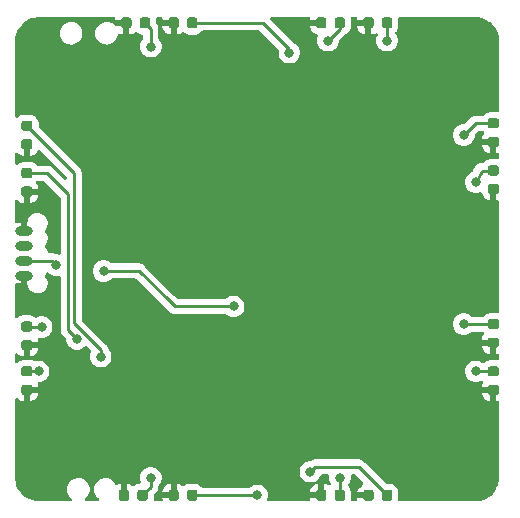
<source format=gbr>
%TF.GenerationSoftware,KiCad,Pcbnew,(5.99.0-2031-g4c5f3cb5b)*%
%TF.CreationDate,2020-06-28T22:12:08-05:00*%
%TF.ProjectId,InfinityMirrorSquare,496e6669-6e69-4747-994d-6972726f7253,rev?*%
%TF.SameCoordinates,Original*%
%TF.FileFunction,Copper,L1,Top*%
%TF.FilePolarity,Positive*%
%FSLAX46Y46*%
G04 Gerber Fmt 4.6, Leading zero omitted, Abs format (unit mm)*
G04 Created by KiCad (PCBNEW (5.99.0-2031-g4c5f3cb5b)) date 2020-06-28 22:12:08*
%MOMM*%
%LPD*%
G01*
G04 APERTURE LIST*
%TA.AperFunction,SMDPad,CuDef*%
%ADD10O,1.500000X0.800000*%
%TD*%
%TA.AperFunction,ViaPad*%
%ADD11C,0.800000*%
%TD*%
%TA.AperFunction,Conductor*%
%ADD12C,0.250000*%
%TD*%
G04 APERTURE END LIST*
D10*
%TO.P,J2,1,Pin_1*%
%TO.N,VSS*%
X89750000Y-53905000D03*
%TO.P,J2,2,Pin_2*%
%TO.N,NRST*%
X89750000Y-52635000D03*
%TO.P,J2,3,Pin_3*%
%TO.N,Net-(J2-Pad3)*%
X89750000Y-51365000D03*
%TO.P,J2,4,Pin_4*%
%TO.N,VSS*%
X89750000Y-50095000D03*
%TD*%
%TO.P,D16,2,A*%
%TO.N,Net-(D16-Pad2)*%
%TA.AperFunction,SMDPad,CuDef*%
G36*
G01*
X129756250Y-62437500D02*
X129243750Y-62437500D01*
G75*
G02*
X129025000Y-62218750I0J218750D01*
G01*
X129025000Y-61781250D01*
G75*
G02*
X129243750Y-61562500I218750J0D01*
G01*
X129756250Y-61562500D01*
G75*
G02*
X129975000Y-61781250I0J-218750D01*
G01*
X129975000Y-62218750D01*
G75*
G02*
X129756250Y-62437500I-218750J0D01*
G01*
G37*
%TD.AperFunction*%
%TO.P,D16,1,K*%
%TO.N,VSS*%
%TA.AperFunction,SMDPad,CuDef*%
G36*
G01*
X129756250Y-64012500D02*
X129243750Y-64012500D01*
G75*
G02*
X129025000Y-63793750I0J218750D01*
G01*
X129025000Y-63356250D01*
G75*
G02*
X129243750Y-63137500I218750J0D01*
G01*
X129756250Y-63137500D01*
G75*
G02*
X129975000Y-63356250I0J-218750D01*
G01*
X129975000Y-63793750D01*
G75*
G02*
X129756250Y-64012500I-218750J0D01*
G01*
G37*
%TD.AperFunction*%
%TD*%
%TO.P,D15,2,A*%
%TO.N,Net-(D15-Pad2)*%
%TA.AperFunction,SMDPad,CuDef*%
G36*
G01*
X129756250Y-45437500D02*
X129243750Y-45437500D01*
G75*
G02*
X129025000Y-45218750I0J218750D01*
G01*
X129025000Y-44781250D01*
G75*
G02*
X129243750Y-44562500I218750J0D01*
G01*
X129756250Y-44562500D01*
G75*
G02*
X129975000Y-44781250I0J-218750D01*
G01*
X129975000Y-45218750D01*
G75*
G02*
X129756250Y-45437500I-218750J0D01*
G01*
G37*
%TD.AperFunction*%
%TO.P,D15,1,K*%
%TO.N,VSS*%
%TA.AperFunction,SMDPad,CuDef*%
G36*
G01*
X129756250Y-47012500D02*
X129243750Y-47012500D01*
G75*
G02*
X129025000Y-46793750I0J218750D01*
G01*
X129025000Y-46356250D01*
G75*
G02*
X129243750Y-46137500I218750J0D01*
G01*
X129756250Y-46137500D01*
G75*
G02*
X129975000Y-46356250I0J-218750D01*
G01*
X129975000Y-46793750D01*
G75*
G02*
X129756250Y-47012500I-218750J0D01*
G01*
G37*
%TD.AperFunction*%
%TD*%
%TO.P,D14,2,A*%
%TO.N,Net-(D14-Pad2)*%
%TA.AperFunction,SMDPad,CuDef*%
G36*
G01*
X129756250Y-58437500D02*
X129243750Y-58437500D01*
G75*
G02*
X129025000Y-58218750I0J218750D01*
G01*
X129025000Y-57781250D01*
G75*
G02*
X129243750Y-57562500I218750J0D01*
G01*
X129756250Y-57562500D01*
G75*
G02*
X129975000Y-57781250I0J-218750D01*
G01*
X129975000Y-58218750D01*
G75*
G02*
X129756250Y-58437500I-218750J0D01*
G01*
G37*
%TD.AperFunction*%
%TO.P,D14,1,K*%
%TO.N,VSS*%
%TA.AperFunction,SMDPad,CuDef*%
G36*
G01*
X129756250Y-60012500D02*
X129243750Y-60012500D01*
G75*
G02*
X129025000Y-59793750I0J218750D01*
G01*
X129025000Y-59356250D01*
G75*
G02*
X129243750Y-59137500I218750J0D01*
G01*
X129756250Y-59137500D01*
G75*
G02*
X129975000Y-59356250I0J-218750D01*
G01*
X129975000Y-59793750D01*
G75*
G02*
X129756250Y-60012500I-218750J0D01*
G01*
G37*
%TD.AperFunction*%
%TD*%
%TO.P,D13,2,A*%
%TO.N,Net-(D13-Pad2)*%
%TA.AperFunction,SMDPad,CuDef*%
G36*
G01*
X129756250Y-41437500D02*
X129243750Y-41437500D01*
G75*
G02*
X129025000Y-41218750I0J218750D01*
G01*
X129025000Y-40781250D01*
G75*
G02*
X129243750Y-40562500I218750J0D01*
G01*
X129756250Y-40562500D01*
G75*
G02*
X129975000Y-40781250I0J-218750D01*
G01*
X129975000Y-41218750D01*
G75*
G02*
X129756250Y-41437500I-218750J0D01*
G01*
G37*
%TD.AperFunction*%
%TO.P,D13,1,K*%
%TO.N,VSS*%
%TA.AperFunction,SMDPad,CuDef*%
G36*
G01*
X129756250Y-43012500D02*
X129243750Y-43012500D01*
G75*
G02*
X129025000Y-42793750I0J218750D01*
G01*
X129025000Y-42356250D01*
G75*
G02*
X129243750Y-42137500I218750J0D01*
G01*
X129756250Y-42137500D01*
G75*
G02*
X129975000Y-42356250I0J-218750D01*
G01*
X129975000Y-42793750D01*
G75*
G02*
X129756250Y-43012500I-218750J0D01*
G01*
G37*
%TD.AperFunction*%
%TD*%
%TO.P,D12,2,A*%
%TO.N,Net-(D12-Pad2)*%
%TA.AperFunction,SMDPad,CuDef*%
G36*
G01*
X99350000Y-72756250D02*
X99350000Y-72243750D01*
G75*
G02*
X99568750Y-72025000I218750J0D01*
G01*
X100006250Y-72025000D01*
G75*
G02*
X100225000Y-72243750I0J-218750D01*
G01*
X100225000Y-72756250D01*
G75*
G02*
X100006250Y-72975000I-218750J0D01*
G01*
X99568750Y-72975000D01*
G75*
G02*
X99350000Y-72756250I0J218750D01*
G01*
G37*
%TD.AperFunction*%
%TO.P,D12,1,K*%
%TO.N,VSS*%
%TA.AperFunction,SMDPad,CuDef*%
G36*
G01*
X97775000Y-72756250D02*
X97775000Y-72243750D01*
G75*
G02*
X97993750Y-72025000I218750J0D01*
G01*
X98431250Y-72025000D01*
G75*
G02*
X98650000Y-72243750I0J-218750D01*
G01*
X98650000Y-72756250D01*
G75*
G02*
X98431250Y-72975000I-218750J0D01*
G01*
X97993750Y-72975000D01*
G75*
G02*
X97775000Y-72756250I0J218750D01*
G01*
G37*
%TD.AperFunction*%
%TD*%
%TO.P,D11,2,A*%
%TO.N,Net-(D11-Pad2)*%
%TA.AperFunction,SMDPad,CuDef*%
G36*
G01*
X116062500Y-72756250D02*
X116062500Y-72243750D01*
G75*
G02*
X116281250Y-72025000I218750J0D01*
G01*
X116718750Y-72025000D01*
G75*
G02*
X116937500Y-72243750I0J-218750D01*
G01*
X116937500Y-72756250D01*
G75*
G02*
X116718750Y-72975000I-218750J0D01*
G01*
X116281250Y-72975000D01*
G75*
G02*
X116062500Y-72756250I0J218750D01*
G01*
G37*
%TD.AperFunction*%
%TO.P,D11,1,K*%
%TO.N,VSS*%
%TA.AperFunction,SMDPad,CuDef*%
G36*
G01*
X114487500Y-72756250D02*
X114487500Y-72243750D01*
G75*
G02*
X114706250Y-72025000I218750J0D01*
G01*
X115143750Y-72025000D01*
G75*
G02*
X115362500Y-72243750I0J-218750D01*
G01*
X115362500Y-72756250D01*
G75*
G02*
X115143750Y-72975000I-218750J0D01*
G01*
X114706250Y-72975000D01*
G75*
G02*
X114487500Y-72756250I0J218750D01*
G01*
G37*
%TD.AperFunction*%
%TD*%
%TO.P,D10,2,A*%
%TO.N,Net-(D10-Pad2)*%
%TA.AperFunction,SMDPad,CuDef*%
G36*
G01*
X103562500Y-72756250D02*
X103562500Y-72243750D01*
G75*
G02*
X103781250Y-72025000I218750J0D01*
G01*
X104218750Y-72025000D01*
G75*
G02*
X104437500Y-72243750I0J-218750D01*
G01*
X104437500Y-72756250D01*
G75*
G02*
X104218750Y-72975000I-218750J0D01*
G01*
X103781250Y-72975000D01*
G75*
G02*
X103562500Y-72756250I0J218750D01*
G01*
G37*
%TD.AperFunction*%
%TO.P,D10,1,K*%
%TO.N,VSS*%
%TA.AperFunction,SMDPad,CuDef*%
G36*
G01*
X101987500Y-72756250D02*
X101987500Y-72243750D01*
G75*
G02*
X102206250Y-72025000I218750J0D01*
G01*
X102643750Y-72025000D01*
G75*
G02*
X102862500Y-72243750I0J-218750D01*
G01*
X102862500Y-72756250D01*
G75*
G02*
X102643750Y-72975000I-218750J0D01*
G01*
X102206250Y-72975000D01*
G75*
G02*
X101987500Y-72756250I0J218750D01*
G01*
G37*
%TD.AperFunction*%
%TD*%
%TO.P,D9,2,A*%
%TO.N,Net-(D9-Pad2)*%
%TA.AperFunction,SMDPad,CuDef*%
G36*
G01*
X120062500Y-72756250D02*
X120062500Y-72243750D01*
G75*
G02*
X120281250Y-72025000I218750J0D01*
G01*
X120718750Y-72025000D01*
G75*
G02*
X120937500Y-72243750I0J-218750D01*
G01*
X120937500Y-72756250D01*
G75*
G02*
X120718750Y-72975000I-218750J0D01*
G01*
X120281250Y-72975000D01*
G75*
G02*
X120062500Y-72756250I0J218750D01*
G01*
G37*
%TD.AperFunction*%
%TO.P,D9,1,K*%
%TO.N,VSS*%
%TA.AperFunction,SMDPad,CuDef*%
G36*
G01*
X118487500Y-72756250D02*
X118487500Y-72243750D01*
G75*
G02*
X118706250Y-72025000I218750J0D01*
G01*
X119143750Y-72025000D01*
G75*
G02*
X119362500Y-72243750I0J-218750D01*
G01*
X119362500Y-72756250D01*
G75*
G02*
X119143750Y-72975000I-218750J0D01*
G01*
X118706250Y-72975000D01*
G75*
G02*
X118487500Y-72756250I0J218750D01*
G01*
G37*
%TD.AperFunction*%
%TD*%
%TO.P,D8,2,A*%
%TO.N,Net-(D8-Pad2)*%
%TA.AperFunction,SMDPad,CuDef*%
G36*
G01*
X90256250Y-58650000D02*
X89743750Y-58650000D01*
G75*
G02*
X89525000Y-58431250I0J218750D01*
G01*
X89525000Y-57993750D01*
G75*
G02*
X89743750Y-57775000I218750J0D01*
G01*
X90256250Y-57775000D01*
G75*
G02*
X90475000Y-57993750I0J-218750D01*
G01*
X90475000Y-58431250D01*
G75*
G02*
X90256250Y-58650000I-218750J0D01*
G01*
G37*
%TD.AperFunction*%
%TO.P,D8,1,K*%
%TO.N,VSS*%
%TA.AperFunction,SMDPad,CuDef*%
G36*
G01*
X90256250Y-60225000D02*
X89743750Y-60225000D01*
G75*
G02*
X89525000Y-60006250I0J218750D01*
G01*
X89525000Y-59568750D01*
G75*
G02*
X89743750Y-59350000I218750J0D01*
G01*
X90256250Y-59350000D01*
G75*
G02*
X90475000Y-59568750I0J-218750D01*
G01*
X90475000Y-60006250D01*
G75*
G02*
X90256250Y-60225000I-218750J0D01*
G01*
G37*
%TD.AperFunction*%
%TD*%
%TO.P,D7,2,A*%
%TO.N,Net-(D7-Pad2)*%
%TA.AperFunction,SMDPad,CuDef*%
G36*
G01*
X90256250Y-45650000D02*
X89743750Y-45650000D01*
G75*
G02*
X89525000Y-45431250I0J218750D01*
G01*
X89525000Y-44993750D01*
G75*
G02*
X89743750Y-44775000I218750J0D01*
G01*
X90256250Y-44775000D01*
G75*
G02*
X90475000Y-44993750I0J-218750D01*
G01*
X90475000Y-45431250D01*
G75*
G02*
X90256250Y-45650000I-218750J0D01*
G01*
G37*
%TD.AperFunction*%
%TO.P,D7,1,K*%
%TO.N,VSS*%
%TA.AperFunction,SMDPad,CuDef*%
G36*
G01*
X90256250Y-47225000D02*
X89743750Y-47225000D01*
G75*
G02*
X89525000Y-47006250I0J218750D01*
G01*
X89525000Y-46568750D01*
G75*
G02*
X89743750Y-46350000I218750J0D01*
G01*
X90256250Y-46350000D01*
G75*
G02*
X90475000Y-46568750I0J-218750D01*
G01*
X90475000Y-47006250D01*
G75*
G02*
X90256250Y-47225000I-218750J0D01*
G01*
G37*
%TD.AperFunction*%
%TD*%
%TO.P,D6,2,A*%
%TO.N,Net-(D6-Pad2)*%
%TA.AperFunction,SMDPad,CuDef*%
G36*
G01*
X90256250Y-62437500D02*
X89743750Y-62437500D01*
G75*
G02*
X89525000Y-62218750I0J218750D01*
G01*
X89525000Y-61781250D01*
G75*
G02*
X89743750Y-61562500I218750J0D01*
G01*
X90256250Y-61562500D01*
G75*
G02*
X90475000Y-61781250I0J-218750D01*
G01*
X90475000Y-62218750D01*
G75*
G02*
X90256250Y-62437500I-218750J0D01*
G01*
G37*
%TD.AperFunction*%
%TO.P,D6,1,K*%
%TO.N,VSS*%
%TA.AperFunction,SMDPad,CuDef*%
G36*
G01*
X90256250Y-64012500D02*
X89743750Y-64012500D01*
G75*
G02*
X89525000Y-63793750I0J218750D01*
G01*
X89525000Y-63356250D01*
G75*
G02*
X89743750Y-63137500I218750J0D01*
G01*
X90256250Y-63137500D01*
G75*
G02*
X90475000Y-63356250I0J-218750D01*
G01*
X90475000Y-63793750D01*
G75*
G02*
X90256250Y-64012500I-218750J0D01*
G01*
G37*
%TD.AperFunction*%
%TD*%
%TO.P,D5,2,A*%
%TO.N,Net-(D5-Pad2)*%
%TA.AperFunction,SMDPad,CuDef*%
G36*
G01*
X90256250Y-41650000D02*
X89743750Y-41650000D01*
G75*
G02*
X89525000Y-41431250I0J218750D01*
G01*
X89525000Y-40993750D01*
G75*
G02*
X89743750Y-40775000I218750J0D01*
G01*
X90256250Y-40775000D01*
G75*
G02*
X90475000Y-40993750I0J-218750D01*
G01*
X90475000Y-41431250D01*
G75*
G02*
X90256250Y-41650000I-218750J0D01*
G01*
G37*
%TD.AperFunction*%
%TO.P,D5,1,K*%
%TO.N,VSS*%
%TA.AperFunction,SMDPad,CuDef*%
G36*
G01*
X90256250Y-43225000D02*
X89743750Y-43225000D01*
G75*
G02*
X89525000Y-43006250I0J218750D01*
G01*
X89525000Y-42568750D01*
G75*
G02*
X89743750Y-42350000I218750J0D01*
G01*
X90256250Y-42350000D01*
G75*
G02*
X90475000Y-42568750I0J-218750D01*
G01*
X90475000Y-43006250D01*
G75*
G02*
X90256250Y-43225000I-218750J0D01*
G01*
G37*
%TD.AperFunction*%
%TD*%
%TO.P,D4,2,A*%
%TO.N,Net-(D4-Pad2)*%
%TA.AperFunction,SMDPad,CuDef*%
G36*
G01*
X120062500Y-32756250D02*
X120062500Y-32243750D01*
G75*
G02*
X120281250Y-32025000I218750J0D01*
G01*
X120718750Y-32025000D01*
G75*
G02*
X120937500Y-32243750I0J-218750D01*
G01*
X120937500Y-32756250D01*
G75*
G02*
X120718750Y-32975000I-218750J0D01*
G01*
X120281250Y-32975000D01*
G75*
G02*
X120062500Y-32756250I0J218750D01*
G01*
G37*
%TD.AperFunction*%
%TO.P,D4,1,K*%
%TO.N,VSS*%
%TA.AperFunction,SMDPad,CuDef*%
G36*
G01*
X118487500Y-32756250D02*
X118487500Y-32243750D01*
G75*
G02*
X118706250Y-32025000I218750J0D01*
G01*
X119143750Y-32025000D01*
G75*
G02*
X119362500Y-32243750I0J-218750D01*
G01*
X119362500Y-32756250D01*
G75*
G02*
X119143750Y-32975000I-218750J0D01*
G01*
X118706250Y-32975000D01*
G75*
G02*
X118487500Y-32756250I0J218750D01*
G01*
G37*
%TD.AperFunction*%
%TD*%
%TO.P,D3,2,A*%
%TO.N,Net-(D3-Pad2)*%
%TA.AperFunction,SMDPad,CuDef*%
G36*
G01*
X103562500Y-32756250D02*
X103562500Y-32243750D01*
G75*
G02*
X103781250Y-32025000I218750J0D01*
G01*
X104218750Y-32025000D01*
G75*
G02*
X104437500Y-32243750I0J-218750D01*
G01*
X104437500Y-32756250D01*
G75*
G02*
X104218750Y-32975000I-218750J0D01*
G01*
X103781250Y-32975000D01*
G75*
G02*
X103562500Y-32756250I0J218750D01*
G01*
G37*
%TD.AperFunction*%
%TO.P,D3,1,K*%
%TO.N,VSS*%
%TA.AperFunction,SMDPad,CuDef*%
G36*
G01*
X101987500Y-32756250D02*
X101987500Y-32243750D01*
G75*
G02*
X102206250Y-32025000I218750J0D01*
G01*
X102643750Y-32025000D01*
G75*
G02*
X102862500Y-32243750I0J-218750D01*
G01*
X102862500Y-32756250D01*
G75*
G02*
X102643750Y-32975000I-218750J0D01*
G01*
X102206250Y-32975000D01*
G75*
G02*
X101987500Y-32756250I0J218750D01*
G01*
G37*
%TD.AperFunction*%
%TD*%
%TO.P,D2,2,A*%
%TO.N,Net-(D2-Pad2)*%
%TA.AperFunction,SMDPad,CuDef*%
G36*
G01*
X116062500Y-32756250D02*
X116062500Y-32243750D01*
G75*
G02*
X116281250Y-32025000I218750J0D01*
G01*
X116718750Y-32025000D01*
G75*
G02*
X116937500Y-32243750I0J-218750D01*
G01*
X116937500Y-32756250D01*
G75*
G02*
X116718750Y-32975000I-218750J0D01*
G01*
X116281250Y-32975000D01*
G75*
G02*
X116062500Y-32756250I0J218750D01*
G01*
G37*
%TD.AperFunction*%
%TO.P,D2,1,K*%
%TO.N,VSS*%
%TA.AperFunction,SMDPad,CuDef*%
G36*
G01*
X114487500Y-32756250D02*
X114487500Y-32243750D01*
G75*
G02*
X114706250Y-32025000I218750J0D01*
G01*
X115143750Y-32025000D01*
G75*
G02*
X115362500Y-32243750I0J-218750D01*
G01*
X115362500Y-32756250D01*
G75*
G02*
X115143750Y-32975000I-218750J0D01*
G01*
X114706250Y-32975000D01*
G75*
G02*
X114487500Y-32756250I0J218750D01*
G01*
G37*
%TD.AperFunction*%
%TD*%
%TO.P,D1,2,A*%
%TO.N,Net-(D1-Pad2)*%
%TA.AperFunction,SMDPad,CuDef*%
G36*
G01*
X99562500Y-32756250D02*
X99562500Y-32243750D01*
G75*
G02*
X99781250Y-32025000I218750J0D01*
G01*
X100218750Y-32025000D01*
G75*
G02*
X100437500Y-32243750I0J-218750D01*
G01*
X100437500Y-32756250D01*
G75*
G02*
X100218750Y-32975000I-218750J0D01*
G01*
X99781250Y-32975000D01*
G75*
G02*
X99562500Y-32756250I0J218750D01*
G01*
G37*
%TD.AperFunction*%
%TO.P,D1,1,K*%
%TO.N,VSS*%
%TA.AperFunction,SMDPad,CuDef*%
G36*
G01*
X97987500Y-32756250D02*
X97987500Y-32243750D01*
G75*
G02*
X98206250Y-32025000I218750J0D01*
G01*
X98643750Y-32025000D01*
G75*
G02*
X98862500Y-32243750I0J-218750D01*
G01*
X98862500Y-32756250D01*
G75*
G02*
X98643750Y-32975000I-218750J0D01*
G01*
X98206250Y-32975000D01*
G75*
G02*
X97987500Y-32756250I0J218750D01*
G01*
G37*
%TD.AperFunction*%
%TD*%
D11*
%TO.N,VSS*%
X93000000Y-38500000D03*
X118000000Y-71500000D03*
X92000000Y-48000000D03*
X96500000Y-49000000D03*
X91000000Y-44000000D03*
%TO.N,NRST*%
X96500000Y-53500000D03*
X92500000Y-53000000D03*
X107500000Y-56500000D03*
%TO.N,Net-(D3-Pad2)*%
X112225000Y-35012653D03*
%TO.N,Net-(D4-Pad2)*%
X120500000Y-34000000D03*
%TO.N,Net-(D2-Pad2)*%
X115500000Y-34000000D03*
%TO.N,Net-(D1-Pad2)*%
X100500000Y-34500000D03*
%TO.N,Net-(D13-Pad2)*%
X127000000Y-42000000D03*
%TO.N,Net-(D14-Pad2)*%
X127000000Y-58000000D03*
%TO.N,Net-(D15-Pad2)*%
X128000000Y-46000000D03*
%TO.N,Net-(D16-Pad2)*%
X128000000Y-62000000D03*
%TO.N,Net-(D9-Pad2)*%
X114000000Y-70500000D03*
%TO.N,Net-(D11-Pad2)*%
X116500000Y-71000000D03*
%TO.N,Net-(D10-Pad2)*%
X109500000Y-72500000D03*
%TO.N,Net-(D12-Pad2)*%
X100500000Y-71000000D03*
%TO.N,Net-(D5-Pad2)*%
X96250000Y-60750000D03*
%TO.N,Net-(D7-Pad2)*%
X94250000Y-59250000D03*
%TO.N,Net-(D6-Pad2)*%
X91000000Y-62000000D03*
%TO.N,Net-(D8-Pad2)*%
X91250000Y-58250000D03*
%TD*%
D12*
%TO.N,NRST*%
X96500000Y-53500000D02*
X99500000Y-53500000D01*
X89750000Y-52635000D02*
X92135000Y-52635000D01*
X92135000Y-52635000D02*
X92500000Y-53000000D01*
X99500000Y-53500000D02*
X102000000Y-56000000D01*
%TO.N,Net-(D7-Pad2)*%
X90000000Y-45212500D02*
X91712500Y-45212500D01*
X91712500Y-45212500D02*
X93500000Y-47000000D01*
X93500000Y-47000000D02*
X93500000Y-58500000D01*
X93500000Y-58500000D02*
X94250000Y-59250000D01*
%TO.N,Net-(D5-Pad2)*%
X90000000Y-41212500D02*
X94000000Y-45212500D01*
X94000000Y-45212500D02*
X94000000Y-57926998D01*
X94000000Y-57926998D02*
X96250000Y-60176998D01*
X96250000Y-60176998D02*
X96250000Y-60750000D01*
%TO.N,NRST*%
X102500000Y-56500000D02*
X102000000Y-56000000D01*
X107500000Y-56500000D02*
X102500000Y-56500000D01*
%TO.N,Net-(D3-Pad2)*%
X112214990Y-35022663D02*
X112214990Y-34714990D01*
X110000000Y-32500000D02*
X104000000Y-32500000D01*
X112214990Y-34714990D02*
X110000000Y-32500000D01*
%TO.N,Net-(D4-Pad2)*%
X120500000Y-34000000D02*
X120500000Y-32500000D01*
%TO.N,Net-(D2-Pad2)*%
X115500000Y-34000000D02*
X116500000Y-33000000D01*
X116500000Y-33000000D02*
X116500000Y-32500000D01*
%TO.N,Net-(D1-Pad2)*%
X100500000Y-33000000D02*
X100000000Y-32500000D01*
X100500000Y-34500000D02*
X100500000Y-33000000D01*
%TO.N,Net-(D13-Pad2)*%
X127000000Y-42000000D02*
X128000000Y-41000000D01*
X128000000Y-41000000D02*
X129500000Y-41000000D01*
%TO.N,Net-(D14-Pad2)*%
X127000000Y-58000000D02*
X129500000Y-58000000D01*
%TO.N,Net-(D15-Pad2)*%
X128000000Y-46000000D02*
X128500000Y-45000000D01*
X128500000Y-45000000D02*
X129500000Y-45000000D01*
%TO.N,Net-(D16-Pad2)*%
X128000000Y-62000000D02*
X129500000Y-62000000D01*
%TO.N,Net-(D9-Pad2)*%
X114000000Y-70500000D02*
X114399999Y-70100001D01*
X118100001Y-70100001D02*
X120500000Y-72500000D01*
X114399999Y-70100001D02*
X118100001Y-70100001D01*
%TO.N,Net-(D11-Pad2)*%
X116500000Y-71000000D02*
X116500000Y-72500000D01*
%TO.N,Net-(D10-Pad2)*%
X109500000Y-72500000D02*
X104000000Y-72500000D01*
%TO.N,Net-(D12-Pad2)*%
X100500000Y-71000000D02*
X100500000Y-71787500D01*
X100500000Y-71787500D02*
X99787500Y-72500000D01*
%TO.N,Net-(D6-Pad2)*%
X90000000Y-62000000D02*
X91000000Y-62000000D01*
%TO.N,Net-(D8-Pad2)*%
X91212500Y-58212500D02*
X91250000Y-58250000D01*
X90000000Y-58212500D02*
X91212500Y-58212500D01*
%TD*%
%TO.N,VSS*%
G36*
X97431204Y-32028002D02*
G01*
X97477697Y-32081658D01*
X97487801Y-32151931D01*
X97474276Y-32246000D01*
X98553000Y-32246000D01*
X98621121Y-32266002D01*
X98667614Y-32319658D01*
X98679000Y-32372000D01*
X98679000Y-33480067D01*
X98679001Y-33480068D01*
X98946505Y-33421875D01*
X99122316Y-33308889D01*
X99129124Y-33302990D01*
X99130049Y-33304057D01*
X99181771Y-33270816D01*
X99252768Y-33270815D01*
X99299783Y-33296487D01*
X99386547Y-33371669D01*
X99576644Y-33458482D01*
X99756933Y-33484404D01*
X99821513Y-33513897D01*
X99859897Y-33573624D01*
X99865001Y-33609123D01*
X99865000Y-33795876D01*
X99828095Y-33884970D01*
X99771824Y-33941241D01*
X99771817Y-33941251D01*
X99652018Y-34148749D01*
X99652015Y-34148755D01*
X99590000Y-34380198D01*
X99590000Y-34619802D01*
X99652015Y-34851245D01*
X99652018Y-34851251D01*
X99771817Y-35058749D01*
X99771824Y-35058759D01*
X99941241Y-35228176D01*
X99941251Y-35228183D01*
X100148749Y-35347982D01*
X100148755Y-35347985D01*
X100380198Y-35410000D01*
X100619802Y-35410000D01*
X100851245Y-35347985D01*
X100851251Y-35347982D01*
X101058749Y-35228183D01*
X101058759Y-35228176D01*
X101228176Y-35058759D01*
X101228183Y-35058749D01*
X101347982Y-34851251D01*
X101347985Y-34851245D01*
X101410000Y-34619802D01*
X101410000Y-34380198D01*
X101347985Y-34148755D01*
X101347982Y-34148749D01*
X101228183Y-33941251D01*
X101228179Y-33941245D01*
X101171905Y-33884972D01*
X101135000Y-33795876D01*
X101135000Y-32944833D01*
X101134999Y-32944809D01*
X101134999Y-32899425D01*
X101122431Y-32860744D01*
X101117815Y-32841519D01*
X101111450Y-32801331D01*
X101092980Y-32765082D01*
X101088390Y-32754000D01*
X101474276Y-32754000D01*
X101540626Y-33059008D01*
X101653610Y-33234815D01*
X101811547Y-33371668D01*
X101811547Y-33371669D01*
X102001644Y-33458483D01*
X102001650Y-33458484D01*
X102170999Y-33482834D01*
X102171000Y-33482833D01*
X102171000Y-32754000D01*
X101474276Y-32754000D01*
X101088390Y-32754000D01*
X101085414Y-32746816D01*
X101072841Y-32708121D01*
X101072839Y-32708117D01*
X101048927Y-32675206D01*
X101038595Y-32658346D01*
X101020129Y-32622105D01*
X100987630Y-32589606D01*
X100950724Y-32500509D01*
X100950724Y-32246000D01*
X100932186Y-32160783D01*
X100937251Y-32089967D01*
X100979798Y-32033132D01*
X101055307Y-32008000D01*
X101363083Y-32008000D01*
X101431204Y-32028002D01*
X101477697Y-32081658D01*
X101487801Y-32151931D01*
X101474276Y-32246000D01*
X102553000Y-32246000D01*
X102621121Y-32266002D01*
X102667614Y-32319658D01*
X102679000Y-32372000D01*
X102679000Y-33480067D01*
X102679001Y-33480068D01*
X102946505Y-33421875D01*
X103122316Y-33308889D01*
X103129124Y-33302990D01*
X103130049Y-33304057D01*
X103181771Y-33270816D01*
X103252768Y-33270815D01*
X103299783Y-33296487D01*
X103386547Y-33371669D01*
X103576644Y-33458482D01*
X103783503Y-33488224D01*
X104216499Y-33488224D01*
X104521508Y-33421874D01*
X104697315Y-33308890D01*
X104810310Y-33178487D01*
X104905534Y-33135000D01*
X109684786Y-33135000D01*
X109773881Y-33171905D01*
X111301562Y-34699586D01*
X111335588Y-34761898D01*
X111334174Y-34821292D01*
X111315000Y-34892851D01*
X111315000Y-35132455D01*
X111377015Y-35363898D01*
X111377018Y-35363904D01*
X111496817Y-35571402D01*
X111496824Y-35571412D01*
X111666241Y-35740829D01*
X111666251Y-35740836D01*
X111873749Y-35860635D01*
X111873755Y-35860638D01*
X112105198Y-35922653D01*
X112344802Y-35922653D01*
X112576245Y-35860638D01*
X112576251Y-35860635D01*
X112783749Y-35740836D01*
X112783759Y-35740829D01*
X112953176Y-35571412D01*
X112953183Y-35571402D01*
X113072982Y-35363904D01*
X113072985Y-35363898D01*
X113135000Y-35132455D01*
X113135000Y-34892851D01*
X113072985Y-34661408D01*
X113072982Y-34661402D01*
X112953183Y-34453904D01*
X112953176Y-34453894D01*
X112783759Y-34284477D01*
X112783749Y-34284470D01*
X112569095Y-34160539D01*
X112569367Y-34160068D01*
X112535386Y-34137361D01*
X110621119Y-32223095D01*
X110587094Y-32160783D01*
X110592158Y-32089968D01*
X110634705Y-32033132D01*
X110710214Y-32008000D01*
X113863083Y-32008000D01*
X113931204Y-32028002D01*
X113977697Y-32081658D01*
X113987801Y-32151931D01*
X113974276Y-32246000D01*
X115053000Y-32246000D01*
X115121121Y-32266002D01*
X115167614Y-32319658D01*
X115179000Y-32372000D01*
X115179000Y-32628000D01*
X115158998Y-32696121D01*
X115105342Y-32742614D01*
X115053000Y-32754000D01*
X113974276Y-32754000D01*
X114040626Y-33059008D01*
X114153610Y-33234815D01*
X114311547Y-33371668D01*
X114311547Y-33371669D01*
X114501644Y-33458483D01*
X114557652Y-33466535D01*
X114622233Y-33496028D01*
X114660617Y-33555754D01*
X114650631Y-33639241D01*
X114655176Y-33641124D01*
X114652015Y-33648755D01*
X114590000Y-33880198D01*
X114590000Y-34119802D01*
X114652015Y-34351245D01*
X114652018Y-34351251D01*
X114771817Y-34558749D01*
X114771824Y-34558759D01*
X114941241Y-34728176D01*
X114941251Y-34728183D01*
X115148749Y-34847982D01*
X115148755Y-34847985D01*
X115380198Y-34910000D01*
X115619802Y-34910000D01*
X115851245Y-34847985D01*
X115851251Y-34847982D01*
X116058749Y-34728183D01*
X116058759Y-34728176D01*
X116228176Y-34558759D01*
X116228183Y-34558749D01*
X116347982Y-34351251D01*
X116347985Y-34351245D01*
X116410000Y-34119802D01*
X116410000Y-34040216D01*
X116446905Y-33951120D01*
X116937382Y-33460644D01*
X116999694Y-33426619D01*
X117021508Y-33421874D01*
X117197315Y-33308890D01*
X117334168Y-33150953D01*
X117334169Y-33150953D01*
X117420983Y-32960856D01*
X117420982Y-32960856D01*
X117450723Y-32754000D01*
X117974276Y-32754000D01*
X118040626Y-33059008D01*
X118153610Y-33234815D01*
X118311547Y-33371668D01*
X118311547Y-33371669D01*
X118501644Y-33458483D01*
X118501650Y-33458484D01*
X118670999Y-33482834D01*
X118671000Y-33482833D01*
X118671000Y-32754000D01*
X117974276Y-32754000D01*
X117450723Y-32754000D01*
X117450724Y-32753997D01*
X117450724Y-32246000D01*
X117432186Y-32160783D01*
X117437251Y-32089967D01*
X117479798Y-32033132D01*
X117555307Y-32008000D01*
X117863083Y-32008000D01*
X117931204Y-32028002D01*
X117977697Y-32081658D01*
X117987801Y-32151931D01*
X117974276Y-32246000D01*
X119053000Y-32246000D01*
X119121121Y-32266002D01*
X119167614Y-32319658D01*
X119179000Y-32372000D01*
X119179000Y-33480067D01*
X119179001Y-33480068D01*
X119446507Y-33421875D01*
X119544583Y-33358846D01*
X119612704Y-33338844D01*
X119680824Y-33358846D01*
X119727317Y-33412502D01*
X119737420Y-33482776D01*
X119721822Y-33527844D01*
X119652018Y-33648749D01*
X119652015Y-33648755D01*
X119590000Y-33880198D01*
X119590000Y-34119802D01*
X119652015Y-34351245D01*
X119652018Y-34351251D01*
X119771817Y-34558749D01*
X119771824Y-34558759D01*
X119941241Y-34728176D01*
X119941251Y-34728183D01*
X120148749Y-34847982D01*
X120148755Y-34847985D01*
X120380198Y-34910000D01*
X120619802Y-34910000D01*
X120851245Y-34847985D01*
X120851251Y-34847982D01*
X121058749Y-34728183D01*
X121058759Y-34728176D01*
X121228176Y-34558759D01*
X121228183Y-34558749D01*
X121347982Y-34351251D01*
X121347985Y-34351245D01*
X121410000Y-34119802D01*
X121410000Y-33880198D01*
X121347985Y-33648755D01*
X121347982Y-33648749D01*
X121228183Y-33441251D01*
X121223153Y-33434695D01*
X121225765Y-33432691D01*
X121199124Y-33383903D01*
X121204189Y-33313088D01*
X121227021Y-33274607D01*
X121334168Y-33150953D01*
X121334169Y-33150953D01*
X121420983Y-32960856D01*
X121420982Y-32960856D01*
X121450724Y-32753997D01*
X121450724Y-32246000D01*
X121432186Y-32160783D01*
X121437251Y-32089967D01*
X121479798Y-32033132D01*
X121555307Y-32008000D01*
X127930655Y-32008000D01*
X127957818Y-32010963D01*
X127961509Y-32011778D01*
X127961521Y-32011780D01*
X127967951Y-32012223D01*
X128240969Y-32029399D01*
X128256668Y-32031382D01*
X128486047Y-32075139D01*
X128501373Y-32079074D01*
X128723473Y-32151239D01*
X128738185Y-32157064D01*
X128949473Y-32256488D01*
X128963340Y-32264111D01*
X129160511Y-32389241D01*
X129173311Y-32398541D01*
X129353239Y-32547390D01*
X129364774Y-32558222D01*
X129524630Y-32728451D01*
X129534716Y-32740643D01*
X129671972Y-32929559D01*
X129680451Y-32942919D01*
X129792956Y-33147564D01*
X129799693Y-33161882D01*
X129885654Y-33379000D01*
X129890543Y-33394048D01*
X129948617Y-33620228D01*
X129951583Y-33635771D01*
X129982111Y-33877432D01*
X129983042Y-33889266D01*
X129987029Y-34016115D01*
X129987030Y-34016126D01*
X129990106Y-34033662D01*
X129992001Y-34055431D01*
X129992001Y-39938083D01*
X129971999Y-40006204D01*
X129918343Y-40052697D01*
X129848070Y-40062801D01*
X129753998Y-40049276D01*
X129246001Y-40049276D01*
X128940992Y-40115626D01*
X128765185Y-40228610D01*
X128684684Y-40321513D01*
X128589460Y-40365000D01*
X127944833Y-40365000D01*
X127944809Y-40365001D01*
X127899425Y-40365001D01*
X127860744Y-40377569D01*
X127841519Y-40382185D01*
X127801330Y-40388550D01*
X127765080Y-40407020D01*
X127746816Y-40414585D01*
X127708122Y-40427158D01*
X127675206Y-40451073D01*
X127658349Y-40461403D01*
X127622104Y-40479871D01*
X127589502Y-40512474D01*
X127589473Y-40512501D01*
X127048880Y-41053095D01*
X126959784Y-41090000D01*
X126880198Y-41090000D01*
X126648755Y-41152015D01*
X126648749Y-41152018D01*
X126441251Y-41271817D01*
X126441241Y-41271824D01*
X126271824Y-41441241D01*
X126271817Y-41441251D01*
X126152018Y-41648749D01*
X126152015Y-41648755D01*
X126090000Y-41880198D01*
X126090000Y-42119802D01*
X126152015Y-42351245D01*
X126152018Y-42351251D01*
X126271817Y-42558749D01*
X126271824Y-42558759D01*
X126441241Y-42728176D01*
X126441251Y-42728183D01*
X126648749Y-42847982D01*
X126648755Y-42847985D01*
X126880198Y-42910000D01*
X127119802Y-42910000D01*
X127351245Y-42847985D01*
X127351251Y-42847982D01*
X127384128Y-42829000D01*
X128519932Y-42829000D01*
X128578125Y-43096505D01*
X128691110Y-43272315D01*
X128849047Y-43409168D01*
X128849047Y-43409169D01*
X129039144Y-43495982D01*
X129246000Y-43525724D01*
X129246001Y-42829000D01*
X128519933Y-42828999D01*
X128519932Y-42829000D01*
X127384128Y-42829000D01*
X127558749Y-42728183D01*
X127558759Y-42728176D01*
X127728176Y-42558759D01*
X127728183Y-42558749D01*
X127847982Y-42351251D01*
X127847985Y-42351245D01*
X127910000Y-42119802D01*
X127910000Y-42040216D01*
X127946905Y-41951120D01*
X128226122Y-41671904D01*
X128315217Y-41635000D01*
X128582262Y-41635000D01*
X128650383Y-41655002D01*
X128688261Y-41692881D01*
X128691113Y-41697318D01*
X128697013Y-41704128D01*
X128695946Y-41705053D01*
X128729184Y-41756771D01*
X128729185Y-41827768D01*
X128703513Y-41874783D01*
X128628331Y-41961547D01*
X128541517Y-42151644D01*
X128541516Y-42151650D01*
X128517166Y-42320999D01*
X128517167Y-42321000D01*
X129298191Y-42321001D01*
X129298193Y-42321000D01*
X129628000Y-42321001D01*
X129696121Y-42341003D01*
X129742614Y-42394659D01*
X129754000Y-42447001D01*
X129753999Y-43525724D01*
X129754004Y-43525724D01*
X129839217Y-43507186D01*
X129910033Y-43512250D01*
X129966869Y-43554796D01*
X129992001Y-43630306D01*
X129992001Y-43938083D01*
X129971999Y-44006204D01*
X129918343Y-44052697D01*
X129848070Y-44062801D01*
X129753998Y-44049276D01*
X129246001Y-44049276D01*
X128940992Y-44115626D01*
X128765185Y-44228610D01*
X128685295Y-44320807D01*
X128591029Y-44364290D01*
X128498207Y-44364996D01*
X128497249Y-44365000D01*
X128450030Y-44365000D01*
X128449381Y-44365051D01*
X128440465Y-44365434D01*
X128394611Y-44365783D01*
X128358776Y-44377727D01*
X128338645Y-44382641D01*
X128301327Y-44388552D01*
X128262489Y-44408341D01*
X128245129Y-44415609D01*
X128203786Y-44429390D01*
X128203781Y-44429392D01*
X128173391Y-44451826D01*
X128155762Y-44462721D01*
X128122105Y-44479870D01*
X128091289Y-44510687D01*
X128077025Y-44522963D01*
X128041953Y-44548854D01*
X128019981Y-44579584D01*
X128006579Y-44595397D01*
X127979872Y-44622103D01*
X127959045Y-44662977D01*
X127954715Y-44670778D01*
X127954389Y-44671319D01*
X127933361Y-44713378D01*
X127932928Y-44714236D01*
X127886728Y-44804907D01*
X127882787Y-44814524D01*
X127749487Y-45081125D01*
X127669401Y-45146482D01*
X127648761Y-45152013D01*
X127648749Y-45152018D01*
X127441251Y-45271817D01*
X127441241Y-45271824D01*
X127271824Y-45441241D01*
X127271817Y-45441251D01*
X127152018Y-45648749D01*
X127152015Y-45648755D01*
X127090000Y-45880198D01*
X127090000Y-46119802D01*
X127152015Y-46351245D01*
X127152018Y-46351251D01*
X127271817Y-46558749D01*
X127271824Y-46558759D01*
X127441241Y-46728176D01*
X127441251Y-46728183D01*
X127648749Y-46847982D01*
X127648755Y-46847985D01*
X127880198Y-46910000D01*
X128119802Y-46910000D01*
X128351245Y-46847985D01*
X128351253Y-46847981D01*
X128355342Y-46845621D01*
X128424338Y-46828884D01*
X128491429Y-46852106D01*
X128541461Y-46927958D01*
X128578126Y-47096508D01*
X128691110Y-47272315D01*
X128849047Y-47409168D01*
X128849047Y-47409169D01*
X129039144Y-47495982D01*
X129246000Y-47525724D01*
X129246001Y-46447000D01*
X129266003Y-46378879D01*
X129319659Y-46332386D01*
X129372001Y-46321000D01*
X129628000Y-46321001D01*
X129696121Y-46341003D01*
X129742614Y-46394659D01*
X129754000Y-46447001D01*
X129753999Y-47525724D01*
X129754004Y-47525724D01*
X129839217Y-47507186D01*
X129910033Y-47512250D01*
X129966869Y-47554796D01*
X129992001Y-47630306D01*
X129992000Y-56938083D01*
X129971998Y-57006204D01*
X129918342Y-57052697D01*
X129848069Y-57062801D01*
X129753998Y-57049276D01*
X129246001Y-57049276D01*
X128940992Y-57115626D01*
X128765185Y-57228610D01*
X128684684Y-57321513D01*
X128589460Y-57365000D01*
X127704124Y-57365000D01*
X127615028Y-57328095D01*
X127558755Y-57271821D01*
X127558749Y-57271817D01*
X127351251Y-57152018D01*
X127351245Y-57152015D01*
X127119802Y-57090000D01*
X126880198Y-57090000D01*
X126648755Y-57152015D01*
X126648749Y-57152018D01*
X126441251Y-57271817D01*
X126441241Y-57271824D01*
X126271824Y-57441241D01*
X126271817Y-57441251D01*
X126152018Y-57648749D01*
X126152015Y-57648755D01*
X126090000Y-57880198D01*
X126090000Y-58119802D01*
X126152015Y-58351245D01*
X126152018Y-58351251D01*
X126271817Y-58558749D01*
X126271824Y-58558759D01*
X126441241Y-58728176D01*
X126441251Y-58728183D01*
X126648749Y-58847982D01*
X126648755Y-58847985D01*
X126880198Y-58910000D01*
X127119802Y-58910000D01*
X127351245Y-58847985D01*
X127351251Y-58847982D01*
X127558749Y-58728183D01*
X127558755Y-58728179D01*
X127615028Y-58671905D01*
X127704124Y-58635000D01*
X128582262Y-58635000D01*
X128650383Y-58655002D01*
X128688261Y-58692881D01*
X128691113Y-58697318D01*
X128697013Y-58704128D01*
X128695946Y-58705053D01*
X128729184Y-58756771D01*
X128729185Y-58827768D01*
X128703513Y-58874783D01*
X128628331Y-58961547D01*
X128541517Y-59151644D01*
X128541516Y-59151650D01*
X128517166Y-59320999D01*
X128517167Y-59321000D01*
X129298191Y-59321001D01*
X129298193Y-59321000D01*
X129628000Y-59321001D01*
X129696121Y-59341003D01*
X129742614Y-59394659D01*
X129754000Y-59447001D01*
X129753999Y-60525724D01*
X129839217Y-60507186D01*
X129910033Y-60512251D01*
X129966868Y-60554798D01*
X129992000Y-60630307D01*
X129992000Y-60938083D01*
X129971998Y-61006204D01*
X129918342Y-61052697D01*
X129848069Y-61062801D01*
X129753998Y-61049276D01*
X129246001Y-61049276D01*
X128940992Y-61115626D01*
X128765185Y-61228610D01*
X128737916Y-61260080D01*
X128678190Y-61298463D01*
X128607193Y-61298463D01*
X128567012Y-61274622D01*
X128565305Y-61276847D01*
X128558749Y-61271817D01*
X128351251Y-61152018D01*
X128351245Y-61152015D01*
X128119802Y-61090000D01*
X127880198Y-61090000D01*
X127648755Y-61152015D01*
X127648749Y-61152018D01*
X127441251Y-61271817D01*
X127441241Y-61271824D01*
X127271824Y-61441241D01*
X127271817Y-61441251D01*
X127152018Y-61648749D01*
X127152015Y-61648755D01*
X127090000Y-61880198D01*
X127090000Y-62119802D01*
X127152015Y-62351245D01*
X127152018Y-62351251D01*
X127271817Y-62558749D01*
X127271824Y-62558759D01*
X127441241Y-62728176D01*
X127441251Y-62728183D01*
X127648749Y-62847982D01*
X127648755Y-62847985D01*
X127880198Y-62910000D01*
X128119802Y-62910000D01*
X128351245Y-62847985D01*
X128351252Y-62847982D01*
X128458032Y-62786333D01*
X128527028Y-62769595D01*
X128594120Y-62792816D01*
X128638007Y-62848623D01*
X128644755Y-62919298D01*
X128631269Y-62952982D01*
X128632075Y-62953350D01*
X128541517Y-63151644D01*
X128541516Y-63151650D01*
X128517166Y-63320999D01*
X128517167Y-63321000D01*
X129298191Y-63321001D01*
X129298193Y-63321000D01*
X129628000Y-63321001D01*
X129696121Y-63341003D01*
X129742614Y-63394659D01*
X129754000Y-63447001D01*
X129753999Y-64525724D01*
X129839217Y-64507186D01*
X129910033Y-64512251D01*
X129966868Y-64554798D01*
X129992000Y-64630307D01*
X129992000Y-70930655D01*
X129989037Y-70957818D01*
X129988222Y-70961509D01*
X129988220Y-70961521D01*
X129987776Y-70967967D01*
X129987770Y-70968057D01*
X129970601Y-71240969D01*
X129968618Y-71256668D01*
X129924861Y-71486047D01*
X129920926Y-71501373D01*
X129848762Y-71723472D01*
X129842937Y-71738184D01*
X129743513Y-71949472D01*
X129735890Y-71963338D01*
X129610762Y-72160507D01*
X129601462Y-72173308D01*
X129452610Y-72353240D01*
X129441778Y-72364775D01*
X129271553Y-72524627D01*
X129259361Y-72534713D01*
X129070441Y-72671971D01*
X129057081Y-72680450D01*
X128852437Y-72792954D01*
X128838120Y-72799691D01*
X128621008Y-72885652D01*
X128605959Y-72890542D01*
X128379765Y-72948618D01*
X128364222Y-72951582D01*
X128122568Y-72982110D01*
X128110734Y-72983042D01*
X127983885Y-72987029D01*
X127983874Y-72987030D01*
X127966344Y-72990105D01*
X127944575Y-72992000D01*
X121561917Y-72992000D01*
X121493796Y-72971998D01*
X121447303Y-72918342D01*
X121437199Y-72848069D01*
X121450724Y-72753998D01*
X121450724Y-72246000D01*
X121384374Y-71940992D01*
X121271390Y-71765185D01*
X121113453Y-71628332D01*
X121113453Y-71628331D01*
X120923356Y-71541518D01*
X120716497Y-71511776D01*
X120461991Y-71511776D01*
X120372896Y-71474871D01*
X118627318Y-69729294D01*
X118627307Y-69729281D01*
X118477899Y-69579873D01*
X118441645Y-69561401D01*
X118424786Y-69551069D01*
X118391877Y-69527159D01*
X118391875Y-69527157D01*
X118353192Y-69514589D01*
X118334924Y-69507023D01*
X118298672Y-69488552D01*
X118258485Y-69482187D01*
X118239257Y-69477571D01*
X118200575Y-69465002D01*
X118155192Y-69465002D01*
X118155168Y-69465001D01*
X114344832Y-69465001D01*
X114344808Y-69465002D01*
X114299424Y-69465002D01*
X114260743Y-69477570D01*
X114241518Y-69482186D01*
X114201330Y-69488551D01*
X114165081Y-69507021D01*
X114146815Y-69514587D01*
X114108120Y-69527160D01*
X114075209Y-69551072D01*
X114058349Y-69561404D01*
X114029179Y-69576267D01*
X113971976Y-69590000D01*
X113880198Y-69590000D01*
X113648755Y-69652015D01*
X113648749Y-69652018D01*
X113441251Y-69771817D01*
X113441241Y-69771824D01*
X113271824Y-69941241D01*
X113271817Y-69941251D01*
X113152018Y-70148749D01*
X113152015Y-70148755D01*
X113090000Y-70380198D01*
X113090000Y-70619802D01*
X113152015Y-70851245D01*
X113152018Y-70851251D01*
X113271817Y-71058749D01*
X113271824Y-71058759D01*
X113441241Y-71228176D01*
X113441251Y-71228183D01*
X113648749Y-71347982D01*
X113648755Y-71347985D01*
X113880198Y-71410000D01*
X114119801Y-71410000D01*
X114274590Y-71368524D01*
X114342066Y-71370131D01*
X114379775Y-71331514D01*
X114558749Y-71228183D01*
X114558759Y-71228176D01*
X114728176Y-71058759D01*
X114728183Y-71058749D01*
X114847982Y-70851251D01*
X114847985Y-70851245D01*
X114854109Y-70828390D01*
X114891061Y-70767767D01*
X114975816Y-70735001D01*
X115465440Y-70735001D01*
X115533561Y-70755003D01*
X115580054Y-70808659D01*
X115589536Y-70871937D01*
X115590000Y-70871937D01*
X115590000Y-70875034D01*
X115590362Y-70877450D01*
X115590000Y-70880199D01*
X115590000Y-71119802D01*
X115652015Y-71351245D01*
X115652018Y-71351252D01*
X115713667Y-71458032D01*
X115730405Y-71527028D01*
X115707184Y-71594120D01*
X115651377Y-71638007D01*
X115580702Y-71644755D01*
X115547018Y-71631269D01*
X115546650Y-71632075D01*
X115348356Y-71541517D01*
X115348350Y-71541516D01*
X115179001Y-71517166D01*
X115179000Y-71517167D01*
X115179000Y-72628000D01*
X115158998Y-72696121D01*
X115105342Y-72742614D01*
X115053000Y-72754000D01*
X113974276Y-72754000D01*
X113992814Y-72839217D01*
X113987749Y-72910033D01*
X113945202Y-72966868D01*
X113869693Y-72992000D01*
X110474476Y-72992000D01*
X110406355Y-72971998D01*
X110359862Y-72918342D01*
X110352769Y-72833388D01*
X110410000Y-72619801D01*
X110410000Y-72380198D01*
X110374042Y-72246000D01*
X113974276Y-72246000D01*
X114671000Y-72246000D01*
X114671000Y-71519933D01*
X114469558Y-71563754D01*
X114408051Y-71559355D01*
X114375323Y-71596229D01*
X114227685Y-71691110D01*
X114090831Y-71849047D01*
X114004018Y-72039144D01*
X113974276Y-72246000D01*
X110374042Y-72246000D01*
X110347985Y-72148755D01*
X110347982Y-72148749D01*
X110228183Y-71941251D01*
X110228176Y-71941241D01*
X110058759Y-71771824D01*
X110058749Y-71771817D01*
X109851251Y-71652018D01*
X109851245Y-71652015D01*
X109619802Y-71590000D01*
X109380198Y-71590000D01*
X109148755Y-71652015D01*
X109148749Y-71652018D01*
X108941251Y-71771817D01*
X108941245Y-71771821D01*
X108884972Y-71828095D01*
X108795876Y-71865000D01*
X104904339Y-71865000D01*
X104836218Y-71844998D01*
X104798341Y-71807121D01*
X104771390Y-71765185D01*
X104613453Y-71628332D01*
X104613453Y-71628331D01*
X104423356Y-71541518D01*
X104216497Y-71511776D01*
X103783501Y-71511776D01*
X103478492Y-71578126D01*
X103302684Y-71691111D01*
X103295876Y-71697010D01*
X103294951Y-71695943D01*
X103243229Y-71729184D01*
X103172232Y-71729185D01*
X103125217Y-71703513D01*
X103038453Y-71628331D01*
X102848356Y-71541517D01*
X102848350Y-71541516D01*
X102679001Y-71517166D01*
X102679000Y-71517167D01*
X102679000Y-72628000D01*
X102658998Y-72696121D01*
X102605342Y-72742614D01*
X102553000Y-72754000D01*
X101474276Y-72754000D01*
X101492814Y-72839217D01*
X101487749Y-72910033D01*
X101445202Y-72966868D01*
X101369693Y-72992000D01*
X100849417Y-72992000D01*
X100781296Y-72971998D01*
X100734803Y-72918342D01*
X100724699Y-72848069D01*
X100738224Y-72753998D01*
X100738224Y-72499491D01*
X100775129Y-72410395D01*
X100939524Y-72246000D01*
X101474276Y-72246000D01*
X102171000Y-72246000D01*
X102171000Y-71519933D01*
X102170999Y-71519932D01*
X101903495Y-71578125D01*
X101727685Y-71691110D01*
X101590831Y-71849047D01*
X101504018Y-72039144D01*
X101474276Y-72246000D01*
X100939524Y-72246000D01*
X101020128Y-72165397D01*
X101038598Y-72129148D01*
X101048929Y-72112291D01*
X101072839Y-72079382D01*
X101072843Y-72079374D01*
X101085412Y-72040690D01*
X101092978Y-72022425D01*
X101111449Y-71986173D01*
X101117815Y-71945983D01*
X101122430Y-71926758D01*
X101134999Y-71888076D01*
X101134999Y-71842691D01*
X101135000Y-71842667D01*
X101135000Y-71704124D01*
X101171905Y-71615028D01*
X101228179Y-71558755D01*
X101228183Y-71558749D01*
X101347982Y-71351251D01*
X101347985Y-71351245D01*
X101410000Y-71119802D01*
X101410000Y-70880198D01*
X101347985Y-70648755D01*
X101347982Y-70648749D01*
X101228183Y-70441251D01*
X101228176Y-70441241D01*
X101058759Y-70271824D01*
X101058749Y-70271817D01*
X100851251Y-70152018D01*
X100851245Y-70152015D01*
X100619802Y-70090000D01*
X100380198Y-70090000D01*
X100148755Y-70152015D01*
X100148749Y-70152018D01*
X99941251Y-70271817D01*
X99941241Y-70271824D01*
X99771824Y-70441241D01*
X99771817Y-70441251D01*
X99652018Y-70648749D01*
X99652015Y-70648755D01*
X99590000Y-70880198D01*
X99590000Y-71119802D01*
X99653996Y-71358639D01*
X99652306Y-71429615D01*
X99612512Y-71488411D01*
X99559072Y-71514371D01*
X99265992Y-71578126D01*
X99090184Y-71691111D01*
X99083376Y-71697010D01*
X99082451Y-71695943D01*
X99030729Y-71729184D01*
X98959732Y-71729185D01*
X98912717Y-71703513D01*
X98825953Y-71628331D01*
X98635856Y-71541517D01*
X98635850Y-71541516D01*
X98466501Y-71517166D01*
X98466500Y-71517167D01*
X98466500Y-72628000D01*
X98446498Y-72696121D01*
X98392842Y-72742614D01*
X98340500Y-72754000D01*
X98084500Y-72754000D01*
X98016379Y-72733998D01*
X97969886Y-72680342D01*
X97958500Y-72628000D01*
X97958500Y-71519933D01*
X97958499Y-71519932D01*
X97690995Y-71578125D01*
X97675518Y-71588071D01*
X97607398Y-71608073D01*
X97539277Y-71588071D01*
X97496822Y-71537898D01*
X97495302Y-71538741D01*
X97492210Y-71533164D01*
X97381133Y-71373343D01*
X97381128Y-71373338D01*
X97240201Y-71239134D01*
X97240187Y-71239123D01*
X97075145Y-71135995D01*
X97075144Y-71135994D01*
X96892725Y-71068154D01*
X96892726Y-71068154D01*
X96700397Y-71038381D01*
X96506003Y-71047887D01*
X96317503Y-71096287D01*
X96317492Y-71096291D01*
X96142576Y-71181603D01*
X96142567Y-71181608D01*
X95988378Y-71300350D01*
X95861206Y-71447681D01*
X95766257Y-71617571D01*
X95766256Y-71617572D01*
X95707409Y-71803084D01*
X95687066Y-71996640D01*
X95706058Y-72190335D01*
X95706059Y-72190337D01*
X95763609Y-72376251D01*
X95763612Y-72376258D01*
X95857367Y-72546796D01*
X95983508Y-72695012D01*
X96075278Y-72766711D01*
X96116643Y-72824412D01*
X96120246Y-72895317D01*
X96084943Y-72956914D01*
X95997704Y-72992000D01*
X95010179Y-72992000D01*
X94942058Y-72971998D01*
X94895565Y-72918342D01*
X94885461Y-72848068D01*
X94931086Y-72770272D01*
X94930213Y-72769343D01*
X94933369Y-72766380D01*
X94933647Y-72765905D01*
X94934869Y-72764970D01*
X95076738Y-72631747D01*
X95188926Y-72472712D01*
X95266843Y-72294366D01*
X95266844Y-72294362D01*
X95307307Y-72104004D01*
X95307309Y-72103991D01*
X95308010Y-71902695D01*
X95308010Y-71902693D01*
X95268874Y-71712037D01*
X95192207Y-71533159D01*
X95081133Y-71373343D01*
X95081128Y-71373338D01*
X94940201Y-71239134D01*
X94940187Y-71239123D01*
X94775145Y-71135995D01*
X94775144Y-71135994D01*
X94592725Y-71068154D01*
X94592726Y-71068154D01*
X94400397Y-71038381D01*
X94206003Y-71047887D01*
X94017503Y-71096287D01*
X94017492Y-71096291D01*
X93842576Y-71181603D01*
X93842567Y-71181608D01*
X93688378Y-71300350D01*
X93561206Y-71447681D01*
X93466257Y-71617571D01*
X93466256Y-71617572D01*
X93407409Y-71803084D01*
X93387066Y-71996640D01*
X93406058Y-72190335D01*
X93406059Y-72190337D01*
X93463609Y-72376251D01*
X93463612Y-72376258D01*
X93557367Y-72546796D01*
X93683508Y-72695012D01*
X93775278Y-72766711D01*
X93816643Y-72824412D01*
X93820246Y-72895317D01*
X93784943Y-72956914D01*
X93697704Y-72992000D01*
X91069345Y-72992000D01*
X91042182Y-72989037D01*
X91038491Y-72988222D01*
X91038479Y-72988220D01*
X91032049Y-72987777D01*
X90759031Y-72970601D01*
X90743332Y-72968618D01*
X90513953Y-72924861D01*
X90498627Y-72920926D01*
X90276528Y-72848762D01*
X90261816Y-72842937D01*
X90050528Y-72743513D01*
X90036662Y-72735890D01*
X89839493Y-72610762D01*
X89826692Y-72601462D01*
X89646760Y-72452610D01*
X89635225Y-72441778D01*
X89475373Y-72271553D01*
X89465287Y-72259361D01*
X89328029Y-72070441D01*
X89319550Y-72057081D01*
X89207046Y-71852437D01*
X89200309Y-71838120D01*
X89114348Y-71621008D01*
X89109458Y-71605959D01*
X89051382Y-71379765D01*
X89048418Y-71364222D01*
X89017890Y-71122568D01*
X89016958Y-71110734D01*
X89012971Y-70983885D01*
X89012970Y-70983874D01*
X89009895Y-70966344D01*
X89008000Y-70944575D01*
X89008000Y-64389551D01*
X89028002Y-64321430D01*
X89081658Y-64274937D01*
X89151932Y-64264833D01*
X89216512Y-64294327D01*
X89349043Y-64409166D01*
X89349047Y-64409169D01*
X89539144Y-64495982D01*
X89746000Y-64525724D01*
X90253999Y-64525724D01*
X90559008Y-64459374D01*
X90734815Y-64346390D01*
X90871668Y-64188453D01*
X90871669Y-64188453D01*
X90958483Y-63998356D01*
X90958484Y-63998350D01*
X90982834Y-63829001D01*
X90982833Y-63829000D01*
X128519932Y-63829000D01*
X128578125Y-64096505D01*
X128691110Y-64272315D01*
X128849047Y-64409168D01*
X128849047Y-64409169D01*
X129039144Y-64495982D01*
X129246000Y-64525724D01*
X129246001Y-63829000D01*
X128519933Y-63828999D01*
X128519932Y-63829000D01*
X90982833Y-63829000D01*
X90254000Y-63828999D01*
X90253999Y-64525724D01*
X89746000Y-64525724D01*
X89746001Y-63776809D01*
X89746000Y-63776807D01*
X89746001Y-63447000D01*
X89766003Y-63378879D01*
X89819659Y-63332386D01*
X89872001Y-63321000D01*
X90980067Y-63321001D01*
X90980068Y-63321000D01*
X90923896Y-63062783D01*
X90928960Y-62991968D01*
X90971507Y-62935132D01*
X91047016Y-62910000D01*
X91119802Y-62910000D01*
X91351245Y-62847985D01*
X91351251Y-62847982D01*
X91558749Y-62728183D01*
X91558759Y-62728176D01*
X91728176Y-62558759D01*
X91728183Y-62558749D01*
X91847982Y-62351251D01*
X91847985Y-62351245D01*
X91910000Y-62119802D01*
X91910000Y-61880198D01*
X91847985Y-61648755D01*
X91847982Y-61648749D01*
X91728183Y-61441251D01*
X91728176Y-61441241D01*
X91558759Y-61271824D01*
X91558749Y-61271817D01*
X91351251Y-61152018D01*
X91351245Y-61152015D01*
X91119802Y-61090000D01*
X90880199Y-61090000D01*
X90674826Y-61145030D01*
X90589872Y-61137937D01*
X90460857Y-61079018D01*
X90253997Y-61049276D01*
X89746001Y-61049276D01*
X89440992Y-61115626D01*
X89265185Y-61228610D01*
X89229224Y-61270111D01*
X89169498Y-61308494D01*
X89098501Y-61308494D01*
X89038775Y-61270110D01*
X89008000Y-61187598D01*
X89008000Y-60602051D01*
X89028002Y-60533930D01*
X89081658Y-60487437D01*
X89151932Y-60477333D01*
X89216512Y-60506827D01*
X89349043Y-60621666D01*
X89349047Y-60621669D01*
X89539144Y-60708482D01*
X89746000Y-60738224D01*
X90253999Y-60738224D01*
X90559008Y-60671874D01*
X90734815Y-60558890D01*
X90871668Y-60400953D01*
X90871669Y-60400953D01*
X90958483Y-60210856D01*
X90958484Y-60210850D01*
X90982834Y-60041501D01*
X90982833Y-60041500D01*
X90254000Y-60041499D01*
X90253999Y-60738224D01*
X89746000Y-60738224D01*
X89746001Y-59989309D01*
X89746000Y-59989307D01*
X89746001Y-59659500D01*
X89766003Y-59591379D01*
X89819659Y-59544886D01*
X89872001Y-59533500D01*
X90980067Y-59533501D01*
X90928436Y-59296156D01*
X90933501Y-59225340D01*
X90976048Y-59168505D01*
X91042568Y-59143694D01*
X91084169Y-59147667D01*
X91130193Y-59160000D01*
X91369802Y-59160000D01*
X91601245Y-59097985D01*
X91601251Y-59097982D01*
X91808749Y-58978183D01*
X91808759Y-58978176D01*
X91978176Y-58808759D01*
X91978183Y-58808749D01*
X92097982Y-58601251D01*
X92097985Y-58601245D01*
X92160000Y-58369802D01*
X92160000Y-58130198D01*
X92097985Y-57898755D01*
X92097982Y-57898749D01*
X91978183Y-57691251D01*
X91978176Y-57691241D01*
X91808759Y-57521824D01*
X91808749Y-57521817D01*
X91601251Y-57402018D01*
X91601245Y-57402015D01*
X91369802Y-57340000D01*
X91130198Y-57340000D01*
X90898755Y-57402015D01*
X90898749Y-57402018D01*
X90844147Y-57433542D01*
X90775152Y-57450280D01*
X90698635Y-57419648D01*
X90650953Y-57378331D01*
X90460856Y-57291518D01*
X90253997Y-57261776D01*
X89746001Y-57261776D01*
X89440992Y-57328126D01*
X89265185Y-57441110D01*
X89229224Y-57482611D01*
X89169498Y-57520994D01*
X89098501Y-57520994D01*
X89038775Y-57482610D01*
X89008000Y-57400098D01*
X89008000Y-54638512D01*
X89028002Y-54570391D01*
X89081658Y-54523898D01*
X89179770Y-54521119D01*
X89236162Y-54543105D01*
X89236166Y-54543106D01*
X89361966Y-54558999D01*
X89361984Y-54559000D01*
X89496000Y-54559000D01*
X89496001Y-53777000D01*
X89516003Y-53708879D01*
X89569659Y-53662386D01*
X89622001Y-53651000D01*
X89878000Y-53651001D01*
X89946121Y-53671003D01*
X89992614Y-53724659D01*
X90004000Y-53777001D01*
X90003999Y-54559001D01*
X90017437Y-54572439D01*
X90053652Y-54648364D01*
X90061431Y-54722383D01*
X90061432Y-54722386D01*
X90120275Y-54899272D01*
X90120278Y-54899279D01*
X90215725Y-55059394D01*
X90215731Y-55059402D01*
X90343341Y-55195294D01*
X90343346Y-55195298D01*
X90497156Y-55300614D01*
X90497166Y-55300619D01*
X90670007Y-55370451D01*
X90853809Y-55401540D01*
X91040014Y-55392432D01*
X91040016Y-55392432D01*
X91219909Y-55343556D01*
X91385117Y-55257188D01*
X91527922Y-55137360D01*
X91527927Y-55137355D01*
X91641662Y-54989667D01*
X91641668Y-54989657D01*
X91721036Y-54820991D01*
X91721037Y-54820988D01*
X91762339Y-54639196D01*
X91763011Y-54446790D01*
X91722979Y-54264718D01*
X91644788Y-54095496D01*
X91644786Y-54095492D01*
X91557813Y-53980910D01*
X91532560Y-53914556D01*
X91558348Y-53827852D01*
X91641662Y-53719667D01*
X91641666Y-53719660D01*
X91658469Y-53683953D01*
X91705572Y-53630832D01*
X91773917Y-53611610D01*
X91861572Y-53648507D01*
X91941241Y-53728176D01*
X91941251Y-53728183D01*
X92148749Y-53847982D01*
X92148755Y-53847985D01*
X92380198Y-53910000D01*
X92619802Y-53910000D01*
X92706390Y-53886799D01*
X92777366Y-53888489D01*
X92836162Y-53928283D01*
X92865001Y-54008506D01*
X92865001Y-58600574D01*
X92877572Y-58639262D01*
X92882188Y-58658490D01*
X92888552Y-58698672D01*
X92907018Y-58734912D01*
X92914587Y-58753184D01*
X92927159Y-58791877D01*
X92927159Y-58791878D01*
X92951075Y-58824796D01*
X92961404Y-58841651D01*
X92979873Y-58877897D01*
X93303095Y-59201118D01*
X93340000Y-59290214D01*
X93340000Y-59369802D01*
X93402015Y-59601245D01*
X93402018Y-59601251D01*
X93521817Y-59808749D01*
X93521824Y-59808759D01*
X93691241Y-59978176D01*
X93691251Y-59978183D01*
X93898749Y-60097982D01*
X93898755Y-60097985D01*
X94130198Y-60160000D01*
X94369802Y-60160000D01*
X94601245Y-60097985D01*
X94601251Y-60097982D01*
X94808749Y-59978183D01*
X94808759Y-59978176D01*
X94891860Y-59895075D01*
X94954172Y-59861049D01*
X95024987Y-59866114D01*
X95070050Y-59895075D01*
X95396501Y-60221526D01*
X95430527Y-60283838D01*
X95416525Y-60373621D01*
X95402018Y-60398748D01*
X95402015Y-60398755D01*
X95340000Y-60630198D01*
X95340000Y-60869802D01*
X95402015Y-61101245D01*
X95402018Y-61101251D01*
X95521817Y-61308749D01*
X95521824Y-61308759D01*
X95691241Y-61478176D01*
X95691251Y-61478183D01*
X95898749Y-61597982D01*
X95898755Y-61597985D01*
X96130198Y-61660000D01*
X96369802Y-61660000D01*
X96601245Y-61597985D01*
X96601251Y-61597982D01*
X96808749Y-61478183D01*
X96808759Y-61478176D01*
X96978176Y-61308759D01*
X96978183Y-61308749D01*
X97097982Y-61101251D01*
X97097985Y-61101245D01*
X97160000Y-60869802D01*
X97160000Y-60630198D01*
X97097985Y-60398755D01*
X97097982Y-60398749D01*
X96978183Y-60191251D01*
X96978179Y-60191245D01*
X96916806Y-60129873D01*
X96886068Y-60079713D01*
X96872431Y-60037742D01*
X96867815Y-60018517D01*
X96861450Y-59978328D01*
X96842980Y-59942078D01*
X96835415Y-59923814D01*
X96822842Y-59885120D01*
X96798927Y-59852204D01*
X96788596Y-59835346D01*
X96785363Y-59829000D01*
X128519932Y-59829000D01*
X128578125Y-60096505D01*
X128691110Y-60272315D01*
X128849047Y-60409168D01*
X128849047Y-60409169D01*
X129039144Y-60495982D01*
X129246000Y-60525724D01*
X129246001Y-59829000D01*
X128519933Y-59828999D01*
X128519932Y-59829000D01*
X96785363Y-59829000D01*
X96770129Y-59799102D01*
X96739822Y-59768796D01*
X96739807Y-59768779D01*
X94671905Y-57700880D01*
X94635000Y-57611784D01*
X94635000Y-53380198D01*
X95590000Y-53380198D01*
X95590000Y-53619802D01*
X95652015Y-53851245D01*
X95652018Y-53851251D01*
X95771817Y-54058749D01*
X95771824Y-54058759D01*
X95941241Y-54228176D01*
X95941251Y-54228183D01*
X96148749Y-54347982D01*
X96148755Y-54347985D01*
X96380198Y-54410000D01*
X96619802Y-54410000D01*
X96851245Y-54347985D01*
X96851251Y-54347982D01*
X97058749Y-54228183D01*
X97058755Y-54228179D01*
X97115028Y-54171905D01*
X97204124Y-54135000D01*
X99184786Y-54135000D01*
X99273881Y-54171905D01*
X101590711Y-56488737D01*
X101590730Y-56488754D01*
X101979871Y-56877896D01*
X102122104Y-57020129D01*
X102158346Y-57038595D01*
X102175206Y-57048927D01*
X102208117Y-57072839D01*
X102208121Y-57072841D01*
X102246816Y-57085414D01*
X102265082Y-57092980D01*
X102301331Y-57111450D01*
X102341519Y-57117815D01*
X102360744Y-57122431D01*
X102399425Y-57134999D01*
X102444809Y-57134999D01*
X102444833Y-57135000D01*
X106795876Y-57135000D01*
X106884972Y-57171905D01*
X106941245Y-57228179D01*
X106941251Y-57228183D01*
X107148749Y-57347982D01*
X107148755Y-57347985D01*
X107380198Y-57410000D01*
X107619802Y-57410000D01*
X107851245Y-57347985D01*
X107851251Y-57347982D01*
X108058749Y-57228183D01*
X108058759Y-57228176D01*
X108228176Y-57058759D01*
X108228183Y-57058749D01*
X108347982Y-56851251D01*
X108347985Y-56851245D01*
X108410000Y-56619802D01*
X108410000Y-56380198D01*
X108347985Y-56148755D01*
X108347982Y-56148749D01*
X108228183Y-55941251D01*
X108228176Y-55941241D01*
X108058759Y-55771824D01*
X108058749Y-55771817D01*
X107851251Y-55652018D01*
X107851245Y-55652015D01*
X107619802Y-55590000D01*
X107380198Y-55590000D01*
X107148755Y-55652015D01*
X107148749Y-55652018D01*
X106941251Y-55771817D01*
X106941245Y-55771821D01*
X106884972Y-55828095D01*
X106795876Y-55865000D01*
X102815216Y-55865000D01*
X102726121Y-55828096D01*
X102488754Y-55590730D01*
X102488737Y-55590711D01*
X100027317Y-53129293D01*
X100027306Y-53129280D01*
X99877898Y-52979872D01*
X99841644Y-52961400D01*
X99824785Y-52951068D01*
X99791876Y-52927158D01*
X99791874Y-52927156D01*
X99753191Y-52914588D01*
X99734923Y-52907022D01*
X99698671Y-52888551D01*
X99658484Y-52882186D01*
X99639256Y-52877570D01*
X99600574Y-52865001D01*
X99555191Y-52865001D01*
X99555167Y-52865000D01*
X97204124Y-52865000D01*
X97115028Y-52828095D01*
X97058755Y-52771821D01*
X97058749Y-52771817D01*
X96851251Y-52652018D01*
X96851245Y-52652015D01*
X96619802Y-52590000D01*
X96380198Y-52590000D01*
X96148755Y-52652015D01*
X96148749Y-52652018D01*
X95941251Y-52771817D01*
X95941241Y-52771824D01*
X95771824Y-52941241D01*
X95771817Y-52941251D01*
X95652018Y-53148749D01*
X95652015Y-53148755D01*
X95590000Y-53380198D01*
X94635000Y-53380198D01*
X94635000Y-45157333D01*
X94634999Y-45157309D01*
X94634999Y-45111924D01*
X94622430Y-45073242D01*
X94617815Y-45054017D01*
X94611449Y-45013827D01*
X94592978Y-44977575D01*
X94585412Y-44959310D01*
X94572841Y-44920621D01*
X94548930Y-44887710D01*
X94538599Y-44870853D01*
X94520129Y-44834603D01*
X94489821Y-44804297D01*
X94489801Y-44804274D01*
X91025129Y-41339605D01*
X90988224Y-41250510D01*
X90988224Y-40996001D01*
X90921874Y-40690992D01*
X90808890Y-40515185D01*
X90650953Y-40378332D01*
X90650953Y-40378331D01*
X90460856Y-40291518D01*
X90253997Y-40261776D01*
X89746001Y-40261776D01*
X89440992Y-40328126D01*
X89265185Y-40441110D01*
X89229224Y-40482611D01*
X89169498Y-40520994D01*
X89098501Y-40520994D01*
X89038775Y-40482610D01*
X89008000Y-40400098D01*
X89008000Y-34069345D01*
X89010963Y-34042182D01*
X89011778Y-34038491D01*
X89011780Y-34038479D01*
X89012224Y-34032033D01*
X89012230Y-34031943D01*
X89029399Y-33759031D01*
X89031382Y-33743332D01*
X89075139Y-33513953D01*
X89079074Y-33498627D01*
X89120334Y-33371640D01*
X92787066Y-33371640D01*
X92806058Y-33565335D01*
X92806059Y-33565337D01*
X92863609Y-33751251D01*
X92863612Y-33751258D01*
X92957367Y-33921796D01*
X93083508Y-34070012D01*
X93083513Y-34070016D01*
X93236869Y-34189831D01*
X93411196Y-34276368D01*
X93411197Y-34276369D01*
X93599362Y-34326084D01*
X93793686Y-34336949D01*
X93986215Y-34308519D01*
X93986213Y-34308519D01*
X94169098Y-34241954D01*
X94169101Y-34241953D01*
X94334865Y-34139974D01*
X94476738Y-34006747D01*
X94588926Y-33847712D01*
X94666843Y-33669366D01*
X94666844Y-33669362D01*
X94707307Y-33479004D01*
X94707309Y-33478991D01*
X94707682Y-33371640D01*
X95787066Y-33371640D01*
X95806058Y-33565335D01*
X95806059Y-33565337D01*
X95863609Y-33751251D01*
X95863612Y-33751258D01*
X95957367Y-33921796D01*
X96083508Y-34070012D01*
X96083513Y-34070016D01*
X96236869Y-34189831D01*
X96411196Y-34276368D01*
X96411197Y-34276369D01*
X96599362Y-34326084D01*
X96793686Y-34336949D01*
X96986215Y-34308519D01*
X96986213Y-34308519D01*
X97169098Y-34241954D01*
X97169101Y-34241953D01*
X97334865Y-34139974D01*
X97476738Y-34006747D01*
X97588926Y-33847712D01*
X97666843Y-33669366D01*
X97666844Y-33669362D01*
X97704660Y-33491459D01*
X97738388Y-33428986D01*
X97800538Y-33394665D01*
X97880248Y-33403043D01*
X98001644Y-33458483D01*
X98001650Y-33458484D01*
X98170999Y-33482834D01*
X98171000Y-33482833D01*
X98171000Y-32754000D01*
X97537471Y-32754000D01*
X97450579Y-32719246D01*
X97340195Y-32614130D01*
X97340187Y-32614123D01*
X97175145Y-32510995D01*
X97175144Y-32510994D01*
X96992725Y-32443154D01*
X96992726Y-32443154D01*
X96800397Y-32413381D01*
X96606003Y-32422887D01*
X96417503Y-32471287D01*
X96417492Y-32471291D01*
X96242576Y-32556603D01*
X96242567Y-32556608D01*
X96088378Y-32675350D01*
X95961206Y-32822681D01*
X95866257Y-32992571D01*
X95866256Y-32992572D01*
X95807409Y-33178084D01*
X95787066Y-33371640D01*
X94707682Y-33371640D01*
X94708010Y-33277695D01*
X94708010Y-33277693D01*
X94668874Y-33087037D01*
X94592207Y-32908159D01*
X94481133Y-32748343D01*
X94481128Y-32748338D01*
X94340201Y-32614134D01*
X94340187Y-32614123D01*
X94175145Y-32510995D01*
X94175144Y-32510994D01*
X93992725Y-32443154D01*
X93992726Y-32443154D01*
X93800397Y-32413381D01*
X93606003Y-32422887D01*
X93417503Y-32471287D01*
X93417492Y-32471291D01*
X93242576Y-32556603D01*
X93242567Y-32556608D01*
X93088378Y-32675350D01*
X92961206Y-32822681D01*
X92866257Y-32992571D01*
X92866256Y-32992572D01*
X92807409Y-33178084D01*
X92787066Y-33371640D01*
X89120334Y-33371640D01*
X89151239Y-33276527D01*
X89157064Y-33261815D01*
X89256488Y-33050527D01*
X89264111Y-33036660D01*
X89389241Y-32839489D01*
X89398541Y-32826689D01*
X89547390Y-32646761D01*
X89558222Y-32635226D01*
X89728451Y-32475370D01*
X89740643Y-32465284D01*
X89929559Y-32328028D01*
X89942919Y-32319549D01*
X90147564Y-32207044D01*
X90161882Y-32200307D01*
X90379000Y-32114346D01*
X90394048Y-32109457D01*
X90620228Y-32051383D01*
X90635771Y-32048417D01*
X90877432Y-32017889D01*
X90889266Y-32016958D01*
X91016115Y-32012971D01*
X91016126Y-32012970D01*
X91033656Y-32009895D01*
X91055425Y-32008000D01*
X97363083Y-32008000D01*
X97431204Y-32028002D01*
G37*
G36*
X117873882Y-70771906D02*
G01*
X118467514Y-71365538D01*
X118501540Y-71427850D01*
X118496475Y-71498665D01*
X118453928Y-71555501D01*
X118413899Y-71573782D01*
X118413910Y-71573810D01*
X118413133Y-71574132D01*
X118405204Y-71577753D01*
X118403494Y-71578125D01*
X118227685Y-71691110D01*
X118090831Y-71849047D01*
X118004018Y-72039144D01*
X117974276Y-72246000D01*
X119053000Y-72246000D01*
X119121121Y-72266002D01*
X119167614Y-72319658D01*
X119179000Y-72372000D01*
X119179000Y-72628000D01*
X119158998Y-72696121D01*
X119105342Y-72742614D01*
X119053000Y-72754000D01*
X117974276Y-72754000D01*
X117992814Y-72839217D01*
X117987749Y-72910033D01*
X117945202Y-72966868D01*
X117869693Y-72992000D01*
X117561917Y-72992000D01*
X117493796Y-72971998D01*
X117447303Y-72918342D01*
X117437199Y-72848069D01*
X117450724Y-72753998D01*
X117450724Y-72246000D01*
X117384374Y-71940992D01*
X117271390Y-71765185D01*
X117239920Y-71737916D01*
X117201537Y-71678190D01*
X117201537Y-71607193D01*
X117225378Y-71567012D01*
X117223153Y-71565305D01*
X117228183Y-71558749D01*
X117347982Y-71351251D01*
X117347985Y-71351245D01*
X117410000Y-71119802D01*
X117410000Y-70880199D01*
X117409638Y-70877450D01*
X117410000Y-70875128D01*
X117410000Y-70871937D01*
X117410498Y-70871937D01*
X117420576Y-70807301D01*
X117467703Y-70754201D01*
X117534560Y-70735001D01*
X117784787Y-70735001D01*
X117873882Y-70771906D01*
G37*
G36*
X91486381Y-45884405D02*
G01*
X92828095Y-47226120D01*
X92865000Y-47315215D01*
X92865000Y-51991494D01*
X92844998Y-52059615D01*
X92791342Y-52106108D01*
X92706389Y-52113201D01*
X92619802Y-52090000D01*
X92506139Y-52090000D01*
X92432078Y-52065936D01*
X92426880Y-52062160D01*
X92426874Y-52062157D01*
X92388191Y-52049588D01*
X92369923Y-52042022D01*
X92333671Y-52023551D01*
X92293484Y-52017186D01*
X92274256Y-52012570D01*
X92235574Y-52000001D01*
X92190191Y-52000001D01*
X92190167Y-52000000D01*
X91884811Y-52000000D01*
X91816690Y-51979998D01*
X91761750Y-51901057D01*
X91722979Y-51724718D01*
X91644788Y-51555496D01*
X91644786Y-51555492D01*
X91557813Y-51440910D01*
X91532560Y-51374556D01*
X91558348Y-51287852D01*
X91641662Y-51179667D01*
X91641668Y-51179657D01*
X91721036Y-51010991D01*
X91721037Y-51010988D01*
X91762339Y-50829196D01*
X91763011Y-50636790D01*
X91722979Y-50454718D01*
X91644788Y-50285496D01*
X91644786Y-50285492D01*
X91557813Y-50170910D01*
X91532560Y-50104556D01*
X91558348Y-50017852D01*
X91641662Y-49909667D01*
X91641668Y-49909657D01*
X91721036Y-49740991D01*
X91721037Y-49740988D01*
X91762339Y-49559196D01*
X91763011Y-49366790D01*
X91722979Y-49184718D01*
X91644788Y-49015496D01*
X91644786Y-49015492D01*
X91532076Y-48867002D01*
X91532075Y-48867001D01*
X91390112Y-48746182D01*
X91390109Y-48746180D01*
X91225509Y-48658661D01*
X91045964Y-48608530D01*
X90859827Y-48598125D01*
X90675810Y-48627929D01*
X90502481Y-48696554D01*
X90502478Y-48696556D01*
X90347932Y-48800798D01*
X90219373Y-48935800D01*
X90122804Y-49095255D01*
X90122803Y-49095256D01*
X90062726Y-49271729D01*
X90053678Y-49352392D01*
X90017558Y-49427441D01*
X90004000Y-49440999D01*
X90003999Y-50223000D01*
X89983997Y-50291121D01*
X89930341Y-50337614D01*
X89877999Y-50349000D01*
X89622000Y-50348999D01*
X89553879Y-50328997D01*
X89507386Y-50275341D01*
X89496000Y-50222999D01*
X89496001Y-49441000D01*
X89360309Y-49441000D01*
X89242859Y-49455213D01*
X89242849Y-49455215D01*
X89178537Y-49479516D01*
X89107743Y-49484884D01*
X89045286Y-49451126D01*
X89008000Y-49361650D01*
X89008000Y-47602051D01*
X89028002Y-47533930D01*
X89081658Y-47487437D01*
X89151932Y-47477333D01*
X89216512Y-47506827D01*
X89349043Y-47621666D01*
X89349047Y-47621669D01*
X89539144Y-47708482D01*
X89746000Y-47738224D01*
X90253999Y-47738224D01*
X90559008Y-47671874D01*
X90734815Y-47558890D01*
X90871668Y-47400953D01*
X90871669Y-47400953D01*
X90958483Y-47210856D01*
X90958484Y-47210850D01*
X90982834Y-47041501D01*
X90982833Y-47041500D01*
X90254000Y-47041499D01*
X90253999Y-47738224D01*
X89746000Y-47738224D01*
X89746001Y-46989309D01*
X89746000Y-46989307D01*
X89746001Y-46659500D01*
X89766003Y-46591379D01*
X89819659Y-46544886D01*
X89872001Y-46533500D01*
X90980067Y-46533501D01*
X90980068Y-46533500D01*
X90921875Y-46265995D01*
X90808889Y-46090184D01*
X90802990Y-46083376D01*
X90804057Y-46082451D01*
X90770816Y-46030729D01*
X90770815Y-45959732D01*
X90796487Y-45912717D01*
X90815315Y-45890988D01*
X90875041Y-45852604D01*
X90910540Y-45847500D01*
X91397286Y-45847500D01*
X91486381Y-45884405D01*
G37*
G36*
X90128000Y-42533501D02*
G01*
X90196121Y-42553503D01*
X90242614Y-42607159D01*
X90254000Y-42659501D01*
X90253999Y-43738224D01*
X90559008Y-43671874D01*
X90734815Y-43558890D01*
X90871668Y-43400954D01*
X90927567Y-43278552D01*
X90974060Y-43224897D01*
X91042181Y-43204895D01*
X91131276Y-43241800D01*
X93328095Y-45438621D01*
X93365000Y-45527716D01*
X93365000Y-45662785D01*
X93344998Y-45730906D01*
X93291342Y-45777399D01*
X93221068Y-45787503D01*
X93149905Y-45751881D01*
X92239817Y-44841794D01*
X92239800Y-44841774D01*
X92090398Y-44692372D01*
X92054144Y-44673900D01*
X92037285Y-44663568D01*
X92004376Y-44639658D01*
X92004374Y-44639656D01*
X91965691Y-44627088D01*
X91947423Y-44619522D01*
X91911171Y-44601051D01*
X91870984Y-44594686D01*
X91851756Y-44590070D01*
X91813074Y-44577501D01*
X91767691Y-44577501D01*
X91767667Y-44577500D01*
X90917739Y-44577500D01*
X90849618Y-44557498D01*
X90811742Y-44519622D01*
X90808891Y-44515186D01*
X90650953Y-44378332D01*
X90650953Y-44378331D01*
X90460856Y-44291518D01*
X90253997Y-44261776D01*
X89746001Y-44261776D01*
X89440992Y-44328126D01*
X89265185Y-44441110D01*
X89229224Y-44482611D01*
X89169498Y-44520994D01*
X89098501Y-44520994D01*
X89038775Y-44482610D01*
X89008000Y-44400098D01*
X89008000Y-43602051D01*
X89028002Y-43533930D01*
X89081658Y-43487437D01*
X89151932Y-43477333D01*
X89216512Y-43506827D01*
X89349043Y-43621666D01*
X89349047Y-43621669D01*
X89539144Y-43708482D01*
X89746000Y-43738224D01*
X89746001Y-42659500D01*
X89766003Y-42591379D01*
X89819659Y-42544886D01*
X89872001Y-42533500D01*
X90128000Y-42533501D01*
G37*
%TD*%
M02*

</source>
